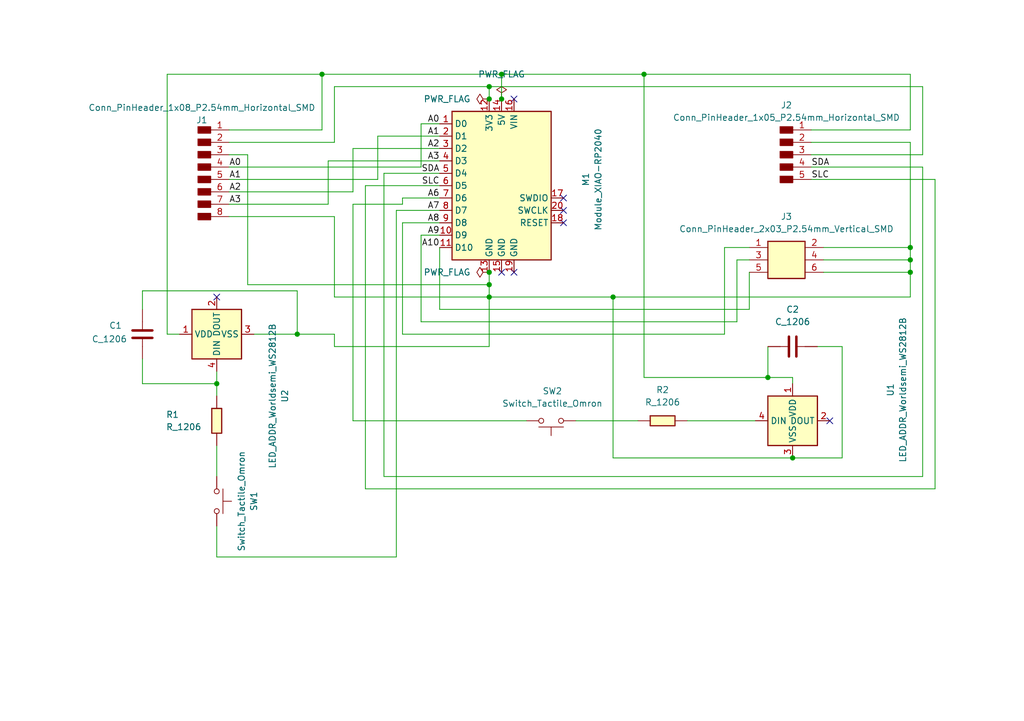
<source format=kicad_sch>
(kicad_sch (version 20231120) (generator "eeschema") (generator_version "8.0")
  (paper "A5")
  (lib_symbols
    (symbol "fab:C_1206" (pin_numbers hide)
      (property "Reference" "C" (at 0.635 2.54 0))
      (property "Value" "C_1206" (at 0.635 -2.54 0))
      (symbol "C_1206_0_1"
        (polyline (pts (xy -2.032 -0.762) (xy 2.032 -0.762)) (stroke (width 0.508)))
        (polyline (pts (xy -2.032 0.762) (xy 2.032 0.762)) (stroke (width 0.508)))
        (polyline (pts (xy 0 -0.635) (xy 0 -2.54)))
        (polyline (pts (xy 0 0.635) (xy 0 2.54)))
      )
      (symbol "C_1206_1_1"
        (pin passive line (at 0 5.08 270) (length 2.54) (name "~") (number "1"))
        (pin passive line (at 0 -5.08 90) (length 2.54) (name "~") (number "2"))
      )
    )
    (symbol "fab:Conn_PinHeader_1x05_P2.54mm_Horizontal_SMD" (pin_names hide)
      (property "Reference" "J" (at 0 7.62 0))
      (property "Value" "Conn_PinHeader_1x05_P2.54mm_Horizontal_SMD" (at 0 -7.62 0))
      (symbol "Conn_PinHeader_1x05_P2.54mm_Horizontal_SMD_1_1"
        (rectangle (start -1.27 -4.445) (end 1.27 -5.715) (stroke (width 0.254)) (fill (type outline)))
        (rectangle (start -1.27 -1.905) (end 1.27 -3.175) (stroke (width 0.254)) (fill (type outline)))
        (rectangle (start -1.27 0.635) (end 1.27 -0.635) (stroke (width 0.254)) (fill (type outline)))
        (rectangle (start -1.27 3.175) (end 1.27 1.905) (stroke (width 0.254)) (fill (type outline)))
        (rectangle (start -1.27 5.715) (end 1.27 4.445) (stroke (width 0.254)) (fill (type outline)))
        (pin passive line (at 5.08 5.08 180) (length 3.81) (name "Pin_1") (number "1"))
        (pin passive line (at 5.08 2.54 180) (length 3.81) (name "Pin_2") (number "2"))
        (pin passive line (at 5.08 0 180) (length 3.81) (name "Pin_3") (number "3"))
        (pin passive line (at 5.08 -2.54 180) (length 3.81) (name "Pin_4") (number "4"))
        (pin passive line (at 5.08 -5.08 180) (length 3.81) (name "Pin_5") (number "5"))
      )
    )
    (symbol "fab:Conn_PinHeader_1x08_P2.54mm_Horizontal_SMD" (pin_names hide)
      (property "Reference" "J" (at 0 10.16 0))
      (property "Value" "Conn_PinHeader_1x08_P2.54mm_Horizontal_SMD" (at 0 -12.7 0))
      (symbol "Conn_PinHeader_1x08_P2.54mm_Horizontal_SMD_1_1"
        (rectangle (start -1.27 -9.525) (end 1.27 -10.795) (stroke (width 0.254)) (fill (type outline)))
        (rectangle (start -1.27 -6.985) (end 1.27 -8.255) (stroke (width 0.254)) (fill (type outline)))
        (rectangle (start -1.27 -4.445) (end 1.27 -5.715) (stroke (width 0.254)) (fill (type outline)))
        (rectangle (start -1.27 -1.905) (end 1.27 -3.175) (stroke (width 0.254)) (fill (type outline)))
        (rectangle (start -1.27 0.635) (end 1.27 -0.635) (stroke (width 0.254)) (fill (type outline)))
        (rectangle (start -1.27 3.175) (end 1.27 1.905) (stroke (width 0.254)) (fill (type outline)))
        (rectangle (start -1.27 5.715) (end 1.27 4.445) (stroke (width 0.254)) (fill (type outline)))
        (rectangle (start -1.27 8.255) (end 1.27 6.985) (stroke (width 0.254)) (fill (type outline)))
        (pin passive line (at 5.08 7.62 180) (length 3.81) (name "Pin_1") (number "1"))
        (pin passive line (at 5.08 5.08 180) (length 3.81) (name "Pin_2") (number "2"))
        (pin passive line (at 5.08 2.54 180) (length 3.81) (name "Pin_3") (number "3"))
        (pin passive line (at 5.08 0 180) (length 3.81) (name "Pin_4") (number "4"))
        (pin passive line (at 5.08 -2.54 180) (length 3.81) (name "Pin_5") (number "5"))
        (pin passive line (at 5.08 -5.08 180) (length 3.81) (name "Pin_6") (number "6"))
        (pin passive line (at 5.08 -7.62 180) (length 3.81) (name "Pin_7") (number "7"))
        (pin passive line (at 5.08 -10.16 180) (length 3.81) (name "Pin_8") (number "8"))
      )
    )
    (symbol "fab:Conn_PinHeader_2x03_P2.54mm_Vertical_SMD" (pin_names hide)
      (property "Reference" "J" (at 0 5.08 0))
      (property "Value" "Conn_PinHeader_2x03_P2.54mm_Vertical_SMD" (at 0 -5.08 0))
      (symbol "Conn_PinHeader_2x03_P2.54mm_Vertical_SMD_1_1"
        (rectangle (start -3.81 3.81) (end 3.81 -3.81) (stroke (width 0.254)) (fill (type background)))
        (pin passive line (at -7.62 2.54 0) (length 3.81) (name "Pin_1") (number "1"))
        (pin passive line (at 7.62 2.54 180) (length 3.81) (name "Pin_2") (number "2"))
        (pin passive line (at -7.62 0 0) (length 3.81) (name "Pin_3") (number "3"))
        (pin passive line (at 7.62 0 180) (length 3.81) (name "Pin_4") (number "4"))
        (pin passive line (at -7.62 -2.54 0) (length 3.81) (name "Pin_5") (number "5"))
        (pin passive line (at 7.62 -2.54 180) (length 3.81) (name "Pin_6") (number "6"))
      )
    )
    (symbol "fab:LED_ADDR_Worldsemi_WS2812B"
      (property "Reference" "U" (at -5.08 5.715 0))
      (property "Value" "LED_ADDR_Worldsemi_WS2812B" (at 0.635 5.715 0))
      (symbol "LED_ADDR_Worldsemi_WS2812B_0_1"
        (rectangle (start -5.08 5.08) (end 5.08 -5.08) (stroke (width 0.254)) (fill (type background)))
      )
      (symbol "LED_ADDR_Worldsemi_WS2812B_1_1"
        (pin power_in line (at 0 7.62 270) (length 2.54) (name "VDD") (number "1"))
        (pin output line (at 7.62 0 180) (length 2.54) (name "DOUT") (number "2"))
        (pin power_in line (at 0 -7.62 90) (length 2.54) (name "VSS") (number "3"))
        (pin input line (at -7.62 0 0) (length 2.54) (name "DIN") (number "4"))
      )
    )
    (symbol "fab:Module_XIAO-RP2040"
      (property "Reference" "M" (at -10.16 16.51 0))
      (property "Value" "Module_XIAO-RP2040" (at 3.81 16.51 0))
      (symbol "Module_XIAO-RP2040_1_1"
        (rectangle (start -10.16 15.24) (end 10.16 -15.24) (stroke (width 0.254)) (fill (type background)))
        (pin bidirectional line (at -12.7 12.7 0) (length 2.54) (name "D0") (number "1"))
        (pin bidirectional line (at -12.7 -10.16 0) (length 2.54) (name "D9") (number "10"))
        (pin bidirectional line (at -12.7 -12.7 0) (length 2.54) (name "D10") (number "11"))
        (pin power_in line (at -2.54 17.78 270) (length 2.54) (name "3V3") (number "12"))
        (pin power_in line (at -2.54 -17.78 90) (length 2.54) (name "GND") (number "13"))
        (pin power_in line (at 0 17.78 270) (length 2.54) (name "5V") (number "14"))
        (pin power_in line (at 0 -17.78 90) (length 2.54) (name "GND") (number "15"))
        (pin power_in line (at 2.54 17.78 270) (length 2.54) (name "VIN") (number "16"))
        (pin bidirectional line (at 12.7 -2.54 180) (length 2.54) (name "SWDIO") (number "17"))
        (pin input line (at 12.7 -7.62 180) (length 2.54) (name "RESET") (number "18"))
        (pin power_in line (at 2.54 -17.78 90) (length 2.54) (name "GND") (number "19"))
        (pin bidirectional line (at -12.7 10.16 0) (length 2.54) (name "D1") (number "2"))
        (pin input line (at 12.7 -5.08 180) (length 2.54) (name "SWCLK") (number "20"))
        (pin bidirectional line (at -12.7 7.62 0) (length 2.54) (name "D2") (number "3"))
        (pin bidirectional line (at -12.7 5.08 0) (length 2.54) (name "D3") (number "4"))
        (pin bidirectional line (at -12.7 2.54 0) (length 2.54) (name "D4") (number "5"))
        (pin bidirectional line (at -12.7 0 0) (length 2.54) (name "D5") (number "6"))
        (pin bidirectional line (at -12.7 -2.54 0) (length 2.54) (name "D6") (number "7"))
        (pin bidirectional line (at -12.7 -5.08 0) (length 2.54) (name "D7") (number "8"))
        (pin bidirectional line (at -12.7 -7.62 0) (length 2.54) (name "D8") (number "9"))
      )
    )
    (symbol "fab:PWR_FLAG" (power) (pin_numbers hide) (pin_names (offset 0) hide)
      (property "Value" "PWR_FLAG" (at 0 3.81 0))
      (symbol "PWR_FLAG_0_1"
        (polyline (pts (xy 0 0) (xy 0 1.27) (xy -1.016 1.905) (xy 0 2.54) (xy 1.016 1.905) (xy 0 1.27)))
      )
      (symbol "PWR_FLAG_1_0"
        (pin power_out line (at 0 0 90) (length 0) (name "PWR_FLAG") (number "1"))
      )
    )
    (symbol "fab:R_1206" (pin_numbers hide) (pin_names (offset 0))
      (property "Reference" "R" (at 2.54 0 90))
      (property "Value" "R_1206" (at -2.54 0 90))
      (symbol "R_1206_0_1"
        (rectangle (start -1.016 -2.54) (end 1.016 2.54) (stroke (width 0.254)) (fill (type background)))
      )
      (symbol "R_1206_1_1"
        (pin passive line (at 0 5.08 270) (length 2.54) (name "~") (number "1"))
        (pin passive line (at 0 -5.08 90) (length 2.54) (name "~") (number "2"))
      )
    )
    (symbol "fab:Switch_Tactile_Omron" (pin_numbers hide) (pin_names (offset 1.016) hide)
      (property "Reference" "SW" (at 1.27 2.54 0))
      (property "Value" "Switch_Tactile_Omron" (at 0 -1.524 0))
      (symbol "Switch_Tactile_Omron_0_1"
        (circle (center -2.032 0) (radius 0.508))
        (polyline (pts (xy 0 1.27) (xy 0 3.048)))
        (polyline (pts (xy 2.54 1.27) (xy -2.54 1.27)))
        (circle (center 2.032 0) (radius 0.508))
        (pin passive line (at -5.08 0 0) (length 2.54) (name "1") (number "1"))
        (pin passive line (at 5.08 0 180) (length 2.54) (name "2") (number "2"))
      )
    )
  )
  (junction (at 100.33 58.42))
  (junction (at 186.69 53.34))
  (junction (at 100.33 20.32))
  (junction (at 100.33 17.78))
  (junction (at 157.48 77.47))
  (junction (at 44.45 78.74))
  (junction (at 100.33 55.88))
  (junction (at 66.04 15.24))
  (junction (at 186.69 50.8))
  (junction (at 100.33 60.96))
  (junction (at 102.87 20.32))
  (junction (at 102.87 15.24))
  (junction (at 60.96 68.58))
  (junction (at 162.56 93.98))
  (junction (at 125.73 60.96))
  (junction (at 132.08 15.24))
  (junction (at 186.69 55.88))
  (no_connect (at 115.57 45.72))
  (no_connect (at 102.87 55.88))
  (no_connect (at 44.45 60.96))
  (no_connect (at 115.57 43.18))
  (no_connect (at 105.41 20.32))
  (no_connect (at 170.18 86.36))
  (no_connect (at 115.57 40.64))
  (no_connect (at 105.41 55.88))
  (wire (pts (xy 81.28 114.3) (xy 81.28 43.18)))
  (wire (pts (xy 68.58 71.12) (xy 100.33 71.12)))
  (wire (pts (xy 100.33 17.78) (xy 68.58 17.78)))
  (wire (pts (xy 153.67 63.5) (xy 90.17 63.5)))
  (wire (pts (xy 46.99 26.67) (xy 66.04 26.67)))
  (wire (pts (xy 100.33 20.32) (xy 100.33 17.78)))
  (wire (pts (xy 153.67 55.88) (xy 153.67 63.5)))
  (wire (pts (xy 189.23 97.79) (xy 78.74 97.79)))
  (wire (pts (xy 172.72 71.12) (xy 172.72 93.98)))
  (wire (pts (xy 168.91 55.88) (xy 186.69 55.88)))
  (wire (pts (xy 44.45 107.95) (xy 44.45 114.3)))
  (wire (pts (xy 86.36 25.4) (xy 90.17 25.4)))
  (wire (pts (xy 67.31 41.91) (xy 67.31 33.02)))
  (wire (pts (xy 44.45 76.2) (xy 44.45 78.74)))
  (wire (pts (xy 86.36 34.29) (xy 86.36 25.4)))
  (wire (pts (xy 68.58 44.45) (xy 68.58 60.96)))
  (wire (pts (xy 172.72 93.98) (xy 162.56 93.98)))
  (wire (pts (xy 118.11 86.36) (xy 130.81 86.36)))
  (wire (pts (xy 34.29 68.58) (xy 34.29 15.24)))
  (wire (pts (xy 82.55 41.91) (xy 82.55 40.64)))
  (wire (pts (xy 52.07 68.58) (xy 60.96 68.58)))
  (wire (pts (xy 100.33 60.96) (xy 125.73 60.96)))
  (wire (pts (xy 50.8 31.75) (xy 50.8 58.42)))
  (wire (pts (xy 82.55 40.64) (xy 90.17 40.64)))
  (wire (pts (xy 189.23 31.75) (xy 189.23 17.78)))
  (wire (pts (xy 107.95 86.36) (xy 72.39 86.36)))
  (wire (pts (xy 29.21 59.69) (xy 60.96 59.69)))
  (wire (pts (xy 82.55 68.58) (xy 82.55 45.72)))
  (wire (pts (xy 46.99 34.29) (xy 86.36 34.29)))
  (wire (pts (xy 60.96 68.58) (xy 68.58 68.58)))
  (wire (pts (xy 153.67 50.8) (xy 148.59 50.8)))
  (wire (pts (xy 102.87 15.24) (xy 132.08 15.24)))
  (wire (pts (xy 168.91 53.34) (xy 186.69 53.34)))
  (wire (pts (xy 29.21 63.5) (xy 29.21 59.69)))
  (wire (pts (xy 102.87 15.24) (xy 102.87 20.32)))
  (wire (pts (xy 186.69 26.67) (xy 186.69 15.24)))
  (wire (pts (xy 90.17 63.5) (xy 90.17 50.8)))
  (wire (pts (xy 77.47 36.83) (xy 77.47 27.94)))
  (wire (pts (xy 66.04 26.67) (xy 66.04 15.24)))
  (wire (pts (xy 168.91 50.8) (xy 186.69 50.8)))
  (wire (pts (xy 82.55 45.72) (xy 90.17 45.72)))
  (wire (pts (xy 44.45 91.44) (xy 44.45 97.79)))
  (wire (pts (xy 86.36 66.04) (xy 86.36 48.26)))
  (wire (pts (xy 166.37 29.21) (xy 186.69 29.21)))
  (wire (pts (xy 140.97 86.36) (xy 154.94 86.36)))
  (wire (pts (xy 78.74 35.56) (xy 90.17 35.56)))
  (wire (pts (xy 148.59 50.8) (xy 148.59 68.58)))
  (wire (pts (xy 72.39 30.48) (xy 90.17 30.48)))
  (wire (pts (xy 191.77 100.33) (xy 74.93 100.33)))
  (wire (pts (xy 77.47 27.94) (xy 90.17 27.94)))
  (wire (pts (xy 100.33 58.42) (xy 100.33 55.88)))
  (wire (pts (xy 46.99 36.83) (xy 77.47 36.83)))
  (wire (pts (xy 50.8 58.42) (xy 100.33 58.42)))
  (wire (pts (xy 148.59 68.58) (xy 82.55 68.58)))
  (wire (pts (xy 125.73 93.98) (xy 125.73 60.96)))
  (wire (pts (xy 46.99 41.91) (xy 67.31 41.91)))
  (wire (pts (xy 166.37 36.83) (xy 191.77 36.83)))
  (wire (pts (xy 36.83 68.58) (xy 34.29 68.58)))
  (wire (pts (xy 162.56 78.74) (xy 162.56 77.47)))
  (wire (pts (xy 132.08 15.24) (xy 186.69 15.24)))
  (wire (pts (xy 81.28 43.18) (xy 90.17 43.18)))
  (wire (pts (xy 132.08 77.47) (xy 132.08 15.24)))
  (wire (pts (xy 186.69 53.34) (xy 186.69 55.88)))
  (wire (pts (xy 34.29 15.24) (xy 66.04 15.24)))
  (wire (pts (xy 68.58 17.78) (xy 68.58 29.21)))
  (wire (pts (xy 100.33 71.12) (xy 100.33 60.96)))
  (wire (pts (xy 167.64 71.12) (xy 172.72 71.12)))
  (wire (pts (xy 100.33 60.96) (xy 100.33 58.42)))
  (wire (pts (xy 186.69 55.88) (xy 186.69 60.96)))
  (wire (pts (xy 46.99 31.75) (xy 50.8 31.75)))
  (wire (pts (xy 72.39 41.91) (xy 82.55 41.91)))
  (wire (pts (xy 67.31 33.02) (xy 90.17 33.02)))
  (wire (pts (xy 66.04 15.24) (xy 102.87 15.24)))
  (wire (pts (xy 157.48 71.12) (xy 157.48 77.47)))
  (wire (pts (xy 153.67 53.34) (xy 151.13 53.34)))
  (wire (pts (xy 186.69 50.8) (xy 186.69 53.34)))
  (wire (pts (xy 157.48 77.47) (xy 132.08 77.47)))
  (wire (pts (xy 100.33 17.78) (xy 189.23 17.78)))
  (wire (pts (xy 162.56 93.98) (xy 125.73 93.98)))
  (wire (pts (xy 186.69 29.21) (xy 186.69 50.8)))
  (wire (pts (xy 151.13 66.04) (xy 86.36 66.04)))
  (wire (pts (xy 46.99 44.45) (xy 68.58 44.45)))
  (wire (pts (xy 125.73 60.96) (xy 186.69 60.96)))
  (wire (pts (xy 166.37 31.75) (xy 189.23 31.75)))
  (wire (pts (xy 46.99 39.37) (xy 72.39 39.37)))
  (wire (pts (xy 166.37 34.29) (xy 189.23 34.29)))
  (wire (pts (xy 44.45 114.3) (xy 81.28 114.3)))
  (wire (pts (xy 74.93 38.1) (xy 90.17 38.1)))
  (wire (pts (xy 72.39 86.36) (xy 72.39 41.91)))
  (wire (pts (xy 68.58 68.58) (xy 68.58 71.12)))
  (wire (pts (xy 74.93 100.33) (xy 74.93 38.1)))
  (wire (pts (xy 151.13 53.34) (xy 151.13 66.04)))
  (wire (pts (xy 68.58 60.96) (xy 100.33 60.96)))
  (wire (pts (xy 189.23 34.29) (xy 189.23 97.79)))
  (wire (pts (xy 29.21 73.66) (xy 29.21 78.74)))
  (wire (pts (xy 29.21 78.74) (xy 44.45 78.74)))
  (wire (pts (xy 68.58 29.21) (xy 46.99 29.21)))
  (wire (pts (xy 60.96 59.69) (xy 60.96 68.58)))
  (wire (pts (xy 86.36 48.26) (xy 90.17 48.26)))
  (wire (pts (xy 162.56 77.47) (xy 157.48 77.47)))
  (wire (pts (xy 72.39 39.37) (xy 72.39 30.48)))
  (wire (pts (xy 78.74 97.79) (xy 78.74 35.56)))
  (wire (pts (xy 44.45 78.74) (xy 44.45 81.28)))
  (wire (pts (xy 166.37 26.67) (xy 186.69 26.67)))
  (wire (pts (xy 191.77 36.83) (xy 191.77 100.33)))
  (label "A0" (at 90.17 25.4 180))
  (label "A2" (at 90.17 30.48 180))
  (label "A9" (at 90.17 48.26 180))
  (label "SLC" (at 90.17 38.1 180))
  (label "A2" (at 46.99 39.37 0))
  (label "SDA" (at 90.17 35.56 180))
  (label "SDA" (at 166.37 34.29 0))
  (label "A10" (at 90.17 50.8 180))
  (label "A3" (at 90.17 33.02 180))
  (label "A1" (at 46.99 36.83 0))
  (label "A1" (at 90.17 27.94 180))
  (label "A3" (at 46.99 41.91 0))
  (label "SLC" (at 166.37 36.83 0))
  (label "A0" (at 46.99 34.29 0))
  (label "A6" (at 90.17 40.64 180))
  (label "A7" (at 90.17 43.18 180))
  (label "A8" (at 90.17 45.72 180))
  (symbol (lib_id "fab:Conn_PinHeader_2x03_P2.54mm_Vertical_SMD") (at 161.29 53.34 0) (unit 1)
    (property "Reference" "J3" (at 161.29 44.45 0))
    (property "Value" "Conn_PinHeader_2x03_P2.54mm_Vertical_SMD" (at 161.29 46.99 0))
    (property "Footprint" "fab:PinHeader_2x03_P2.54mm_Vertical_SMD" (effects (hide yes)))
    (property "Datasheet" "https://cdn.amphenol-icc.com/media/wysiwyg/files/drawing/95278.pdf" (effects (hide yes)))
    (property "Description" "Connector Header Surface Mount 6 position 0.100\" (2.54mm)" (effects (hide yes)))
  )
  (symbol (lib_id "fab:R_1206") (at 135.89 86.36 90) (unit 1)
    (property "Reference" "R2" (at 135.89 80.01 90))
    (property "Value" "R_1206" (at 135.89 82.55 90))
    (property "Footprint" "fab:R_1206" (effects (hide yes)))
    (property "Description" "Resistor" (effects (hide yes)))
  )
  (symbol (lib_id "fab:Switch_Tactile_Omron") (at 113.03 86.36 180) (unit 1)
    (property "Reference" "SW2" (at 113.284 80.264 0))
    (property "Value" "Switch_Tactile_Omron" (at 113.284 82.804 0))
    (property "Footprint" "fab:Button_Omron_B3SN_6.0x6.0mm" (effects (hide yes)))
    (property "Datasheet" "https://omronfs.omron.com/en_US/ecb/products/pdf/en-b3sn.pdf" (effects (hide yes)))
    (property "Description" "Push button switch, Omron, B3SN, Sealed Tactile Switch (SMT), SPST-NO Top Actuated Surface Mount" (effects (hide yes)))
  )
  (symbol (lib_id "fab:Switch_Tactile_Omron") (at 44.45 102.87 270) (unit 1)
    (property "Reference" "SW1" (at 52.07 102.87 0))
    (property "Value" "Switch_Tactile_Omron" (at 49.53 102.87 0))
    (property "Footprint" "fab:Button_Omron_B3SN_6.0x6.0mm" (effects (hide yes)))
    (property "Datasheet" "https://omronfs.omron.com/en_US/ecb/products/pdf/en-b3sn.pdf" (effects (hide yes)))
    (property "Description" "Push button switch, Omron, B3SN, Sealed Tactile Switch (SMT), SPST-NO Top Actuated Surface Mount" (effects (hide yes)))
  )
  (symbol (lib_id "fab:Conn_PinHeader_1x05_P2.54mm_Horizontal_SMD") (at 161.29 31.75 0) (unit 1)
    (property "Reference" "J2" (at 161.29 21.59 0))
    (property "Value" "Conn_PinHeader_1x05_P2.54mm_Horizontal_SMD" (at 161.29 24.13 0))
    (property "Footprint" "fab:PinHeader_1x05_P2.54mm_Horizontal_SMD" (effects (hide yes)))
    (property "Description" "Male connector, single row" (effects (hide yes)))
  )
  (symbol (lib_id "fab:C_1206") (at 162.56 71.12 270) (unit 1)
    (property "Reference" "C2" (at 162.56 63.5 90))
    (property "Value" "C_1206" (at 162.56 66.04 90))
    (property "Footprint" "fab:C_1206" (effects (hide yes)))
    (property "Datasheet" "https://www.yageo.com/upload/media/product/productsearch/datasheet/mlcc/UPY-GP_NP0_16V-to-50V_18.pdf" (effects (hide yes)))
    (property "Description" "Unpolarized capacitor, SMD, 1206" (effects (hide yes)))
  )
  (symbol (lib_id "fab:LED_ADDR_Worldsemi_WS2812B") (at 44.45 68.58 90) (unit 1)
    (property "Reference" "U2" (at 58.42 81.28 0))
    (property "Value" "LED_ADDR_Worldsemi_WS2812B" (at 55.88 81.28 0))
    (property "Footprint" "fab:LED_ADDR_Worldsemi_WS2812B" (effects (hide yes)))
    (property "Datasheet" "http://cdn.sparkfun.com/datasheets/BreakoutBoards/WS2812B.pdf" (effects (hide yes)))
    (property "Description" "Worldsemi WS2812B, Adafruit Industries LLC ADDRESS LED SERIAL RGB 100PK" (effects (hide yes)))
  )
  (symbol (lib_id "fab:PWR_FLAG") (at 100.33 20.32 90) (unit 1)
    (property "Reference" "#FLG02" (effects (hide yes)))
    (property "Value" "PWR_FLAG" (at 96.52 20.3199 90) (effects (justify left)))
    (property "Description" "Special symbol for telling ERC where power comes from" (effects (hide yes)))
  )
  (symbol (lib_id "fab:Module_XIAO-RP2040") (at 102.87 38.1 0) (unit 1)
    (property "Reference" "M1" (at 120.142 36.83 90))
    (property "Value" "Module_XIAO-RP2040" (at 122.682 36.83 90))
    (property "Footprint" "fab:SeeedStudio_XIAO_RP2040" (effects (hide yes)))
    (property "Datasheet" "https://wiki.seeedstudio.com/XIAO-RP2040/" (effects (hide yes)))
    (property "Description" "RP2040 XIAO RP2040 - ARM® Cortex®-M0+ MCU 32-Bit Embedded Evaluation Board" (effects (hide yes)))
  )
  (symbol (lib_id "fab:PWR_FLAG") (at 100.33 55.88 90) (unit 1)
    (property "Reference" "#FLG01" (effects (hide yes)))
    (property "Value" "PWR_FLAG" (at 96.52 55.8799 90) (effects (justify left)))
    (property "Description" "Special symbol for telling ERC where power comes from" (effects (hide yes)))
  )
  (symbol (lib_id "fab:R_1206") (at 44.45 86.36 0) (unit 1)
    (property "Reference" "R1" (at 34.036 85.09 0) (effects (justify left)))
    (property "Value" "R_1206" (at 34.036 87.63 0) (effects (justify left)))
    (property "Footprint" "fab:R_1206" (effects (hide yes)))
    (property "Description" "Resistor" (effects (hide yes)))
  )
  (symbol (lib_id "fab:PWR_FLAG") (at 102.87 20.32 0) (unit 1)
    (property "Reference" "#FLG03" (effects (hide yes)))
    (property "Value" "PWR_FLAG" (at 102.87 15.24 0))
    (property "Description" "Special symbol for telling ERC where power comes from" (effects (hide yes)))
  )
  (symbol (lib_id "fab:Conn_PinHeader_1x08_P2.54mm_Horizontal_SMD") (at 41.91 34.29 0) (unit 1)
    (property "Reference" "J1" (at 41.402 24.638 0))
    (property "Value" "Conn_PinHeader_1x08_P2.54mm_Horizontal_SMD" (at 41.402 22.098 0))
    (property "Footprint" "fab:PinHeader_1x08_P2.54mm_Horizontal_SMD" (effects (hide yes)))
    (property "Description" "Male connector, single row" (effects (hide yes)))
  )
  (symbol (lib_id "fab:C_1206") (at 29.21 68.58 0) (unit 1)
    (property "Reference" "C1" (at 22.352 66.802 0) (effects (justify left)))
    (property "Value" "C_1206" (at 18.796 69.596 0) (effects (justify left)))
    (property "Footprint" "fab:C_1206" (effects (hide yes)))
    (property "Datasheet" "https://www.yageo.com/upload/media/product/productsearch/datasheet/mlcc/UPY-GP_NP0_16V-to-50V_18.pdf" (effects (hide yes)))
    (property "Description" "Unpolarized capacitor, SMD, 1206" (effects (hide yes)))
  )
  (symbol (lib_id "fab:LED_ADDR_Worldsemi_WS2812B") (at 162.56 86.36 0) (unit 1)
    (property "Reference" "U1" (at 182.626 80.01 90))
    (property "Value" "LED_ADDR_Worldsemi_WS2812B" (at 185.166 80.01 90))
    (property "Footprint" "fab:LED_ADDR_Worldsemi_WS2812B" (effects (hide yes)))
    (property "Datasheet" "http://cdn.sparkfun.com/datasheets/BreakoutBoards/WS2812B.pdf" (effects (hide yes)))
    (property "Description" "Worldsemi WS2812B, Adafruit Industries LLC ADDRESS LED SERIAL RGB 100PK" (effects (hide yes)))
  )
)
</source>
